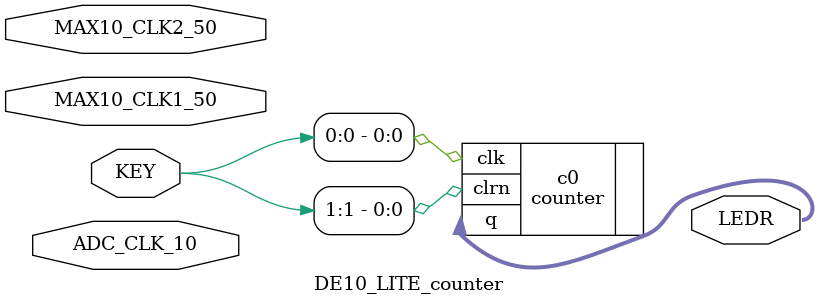
<source format=v>


module DE10_LITE_counter(

	//////////// CLOCK //////////
	input 		          		ADC_CLK_10,
	input 		          		MAX10_CLK1_50,
	input 		          		MAX10_CLK2_50,

	//////////// KEY //////////
	input 		     [1:0]		KEY,

	//////////// LED //////////
	output		     [9:0]		LEDR
);



//=======================================================
//  REG/WIRE declarations
//=======================================================




//=======================================================
//  Structural coding
//=======================================================

counter #(
.WIDTH (10))
c0 ( .clk (KEY[0]),
.clrn (KEY[1]),
.q (LEDR));

//assign LEDR = KEY; // FAZ ALGUMA COISA

endmodule

</source>
